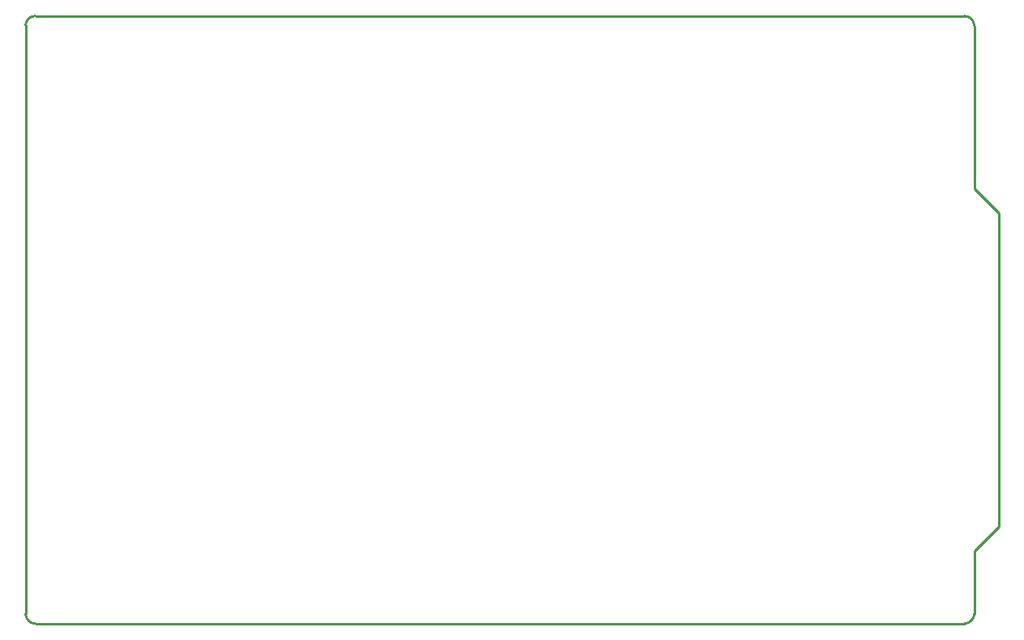
<source format=gm1>
G04*
G04 #@! TF.GenerationSoftware,Altium Limited,Altium Designer,21.4.1 (30)*
G04*
G04 Layer_Color=16711935*
%FSLAX24Y24*%
%MOIN*%
G70*
G04*
G04 #@! TF.SameCoordinates,516B4A6D-3ECB-46AA-BE42-5657E3C56184*
G04*
G04*
G04 #@! TF.FilePolarity,Positive*
G04*
G01*
G75*
%ADD16C,0.0100*%
D16*
X400Y24996D02*
G03*
X0Y24606I-5J-395D01*
G01*
Y396D02*
G03*
X400Y-4I400J0D01*
G01*
X38610D02*
G03*
X39000Y396I-5J395D01*
G01*
Y24596D02*
G03*
X38600Y24996I-400J0D01*
G01*
X39000Y17896D02*
Y24596D01*
X0Y24606D02*
X0Y396D01*
X400Y-4D02*
X38610Y-4D01*
X39000Y396D02*
Y2996D01*
X40000Y3996D01*
Y16896D01*
X39000Y17896D02*
X40000Y16896D01*
X400Y24996D02*
X38600D01*
M02*

</source>
